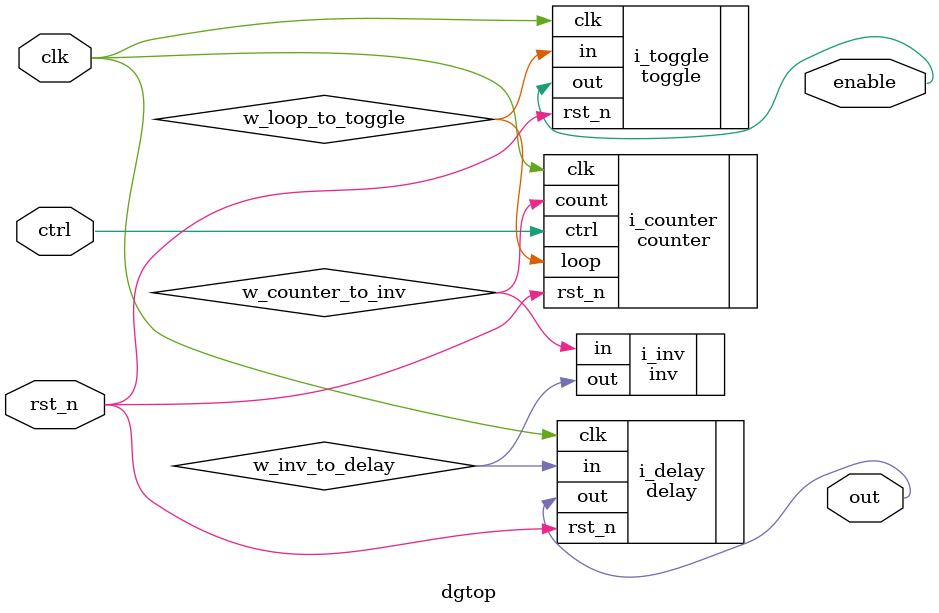
<source format=sv>
module dgtop #(
    parameter DELAY = 1,
    parameter WIDTH = 1
  ) (
    input logic clk,
    input logic rst_n,
    input logic ctrl,
    output logic [WIDTH-1:0] out,
    output enable
  );

  logic [WIDTH-1:0] w_counter_to_inv;
  logic w_loop_to_toggle;
  logic [WIDTH-1:0] w_inv_to_delay;

  counter #(
    .WIDTH (WIDTH)
  ) i_counter (
    .clk   (clk),
    .rst_n (rst_n),
    .ctrl  (ctrl),
    .count (w_counter_to_inv),
    .loop  (w_loop_to_toggle)
  );

  toggle #(
    .WIDTH (1)
  ) i_toggle (
    .clk   (clk),
    .rst_n (rst_n),
    .in    (w_loop_to_toggle),
    .out   (enable)
  );

  inv #(
    .WIDTH (WIDTH)
  ) i_inv (
    .in    (w_counter_to_inv),
    .out   (w_inv_to_delay)
  );

  delay #(
    .DELAY (DELAY),
    .WIDTH (WIDTH)
  ) i_delay (
    .clk   (clk),
    .rst_n (rst_n),
    .in    (w_inv_to_delay),
    .out   (out)
  );

endmodule : dgtop

</source>
